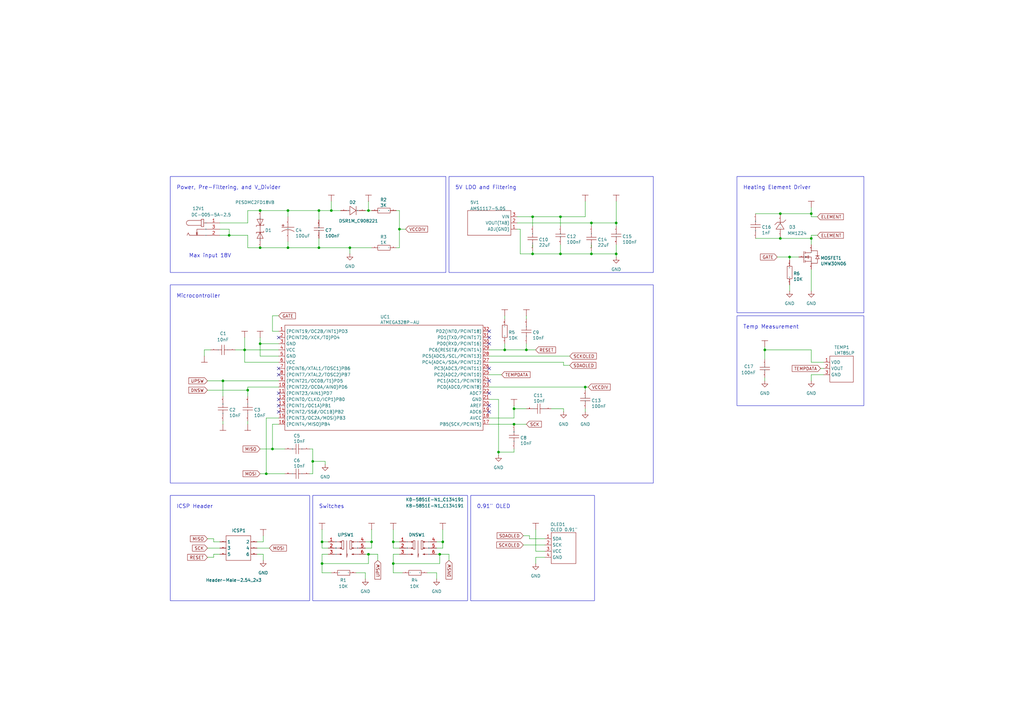
<source format=kicad_sch>
(kicad_sch (version 20231120) (generator "eeschema") (generator_version "8.0")
  (paper "A3")
  (title_block (date "2024-12-31"))
  (junction (at 91.44 156.21))
  (junction (at 242.57 91.44))
  (junction (at 118.11 86.36))
  (junction (at 215.9 143.51))
  (junction (at 161.29 222.25))
  (junction (at 151.13 227.33))
  (junction (at 229.87 104.14))
  (junction (at 118.11 101.6))
  (junction (at 320.04 87.63))
  (junction (at 106.68 101.6))
  (junction (at 111.76 184.15))
  (junction (at 218.44 88.9))
  (junction (at 163.83 93.98))
  (junction (at 180.34 227.33))
  (junction (at 135.89 86.36))
  (junction (at 106.68 86.36))
  (junction (at 161.29 231.14))
  (junction (at 252.73 104.14))
  (junction (at 332.74 87.63))
  (junction (at 320.04 97.79))
  (junction (at 143.51 101.6))
  (junction (at 181.61 222.25))
  (junction (at 109.22 194.31))
  (junction (at 313.69 143.51))
  (junction (at 132.08 231.14))
  (junction (at 323.85 105.41))
  (junction (at 93.98 96.52))
  (junction (at 229.87 88.9))
  (junction (at 332.74 97.79))
  (junction (at 130.81 86.36))
  (junction (at 152.4 222.25))
  (junction (at 106.68 140.97))
  (junction (at 210.82 167.64))
  (junction (at 100.33 143.51))
  (junction (at 204.47 185.42))
  (junction (at 128.27 189.23))
  (junction (at 207.01 143.51))
  (junction (at 252.73 91.44))
  (junction (at 132.08 222.25))
  (junction (at 242.57 104.14))
  (junction (at 218.44 104.14))
  (junction (at 210.82 173.99))
  (junction (at 130.81 101.6))
  (junction (at 101.6 160.02))
  (junction (at 240.03 158.75))
  (junction (at 151.13 86.36))
  (no_connect (at 200.66 156.21))
  (no_connect (at 114.3 163.83))
  (no_connect (at 114.3 151.13))
  (no_connect (at 200.66 138.43))
  (no_connect (at 114.3 138.43))
  (no_connect (at 200.66 166.37))
  (no_connect (at 114.3 161.29))
  (no_connect (at 114.3 166.37))
  (no_connect (at 114.3 153.67))
  (no_connect (at 200.66 151.13))
  (no_connect (at 200.66 135.89))
  (no_connect (at 200.66 140.97))
  (no_connect (at 200.66 161.29))
  (no_connect (at 114.3 168.91))
  (no_connect (at 200.66 168.91))
  (wire (pts (xy 106.68 86.36) (xy 101.6 86.36)))
  (wire (pts (xy 128.27 184.15) (xy 128.27 189.23)))
  (wire (pts (xy 323.85 105.41) (xy 327.66 105.41)))
  (wire (pts (xy 106.68 146.05) (xy 106.68 140.97)))
  (wire (pts (xy 133.35 189.23) (xy 128.27 189.23)))
  (wire (pts (xy 200.66 171.45) (xy 210.82 171.45)))
  (wire (pts (xy 179.07 234.95) (xy 179.07 237.49)))
  (wire (pts (xy 106.68 194.31) (xy 109.22 194.31)))
  (wire (pts (xy 133.35 190.5) (xy 133.35 189.23)))
  (wire (pts (xy 175.26 234.95) (xy 179.07 234.95)))
  (wire (pts (xy 163.83 86.36) (xy 162.56 86.36)))
  (wire (pts (xy 252.73 91.44) (xy 252.73 82.55)))
  (wire (pts (xy 130.81 97.79) (xy 130.81 101.6)))
  (wire (pts (xy 240.03 167.64) (xy 240.03 168.91)))
  (wire (pts (xy 219.71 228.6) (xy 223.52 228.6)))
  (wire (pts (xy 214.63 223.52) (xy 223.52 223.52)))
  (wire (pts (xy 149.86 86.36) (xy 151.13 86.36)))
  (wire (pts (xy 132.08 234.95) (xy 132.08 231.14)))
  (wire (pts (xy 215.9 140.97) (xy 215.9 143.51)))
  (wire (pts (xy 101.6 96.52) (xy 101.6 101.6)))
  (wire (pts (xy 91.44 162.56) (xy 91.44 156.21)))
  (wire (pts (xy 309.88 87.63) (xy 320.04 87.63)))
  (wire (pts (xy 200.66 163.83) (xy 204.47 163.83)))
  (wire (pts (xy 231.14 167.64) (xy 231.14 168.91)))
  (wire (pts (xy 118.11 88.9) (xy 118.11 86.36)))
  (wire (pts (xy 111.76 129.54) (xy 114.3 129.54)))
  (wire (pts (xy 213.36 104.14) (xy 213.36 93.98)))
  (wire (pts (xy 87.63 220.98) (xy 85.09 220.98)))
  (wire (pts (xy 149.86 234.95) (xy 149.86 237.49)))
  (wire (pts (xy 337.82 148.59) (xy 332.74 148.59)))
  (wire (pts (xy 132.08 224.79) (xy 132.08 222.25)))
  (wire (pts (xy 143.51 101.6) (xy 152.4 101.6)))
  (wire (pts (xy 215.9 143.51) (xy 207.01 143.51)))
  (wire (pts (xy 130.81 90.17) (xy 130.81 86.36)))
  (wire (pts (xy 100.33 138.43) (xy 100.33 143.51)))
  (wire (pts (xy 242.57 92.71) (xy 242.57 91.44)))
  (wire (pts (xy 207.01 129.54) (xy 207.01 130.81)))
  (wire (pts (xy 151.13 231.14) (xy 151.13 227.33)))
  (wire (pts (xy 217.17 219.71) (xy 214.63 219.71)))
  (wire (pts (xy 114.3 156.21) (xy 91.44 156.21)))
  (wire (pts (xy 200.66 153.67) (xy 205.74 153.67)))
  (wire (pts (xy 114.3 146.05) (xy 106.68 146.05)))
  (wire (pts (xy 219.71 231.14) (xy 219.71 228.6)))
  (wire (pts (xy 161.29 222.25) (xy 163.83 222.25)))
  (wire (pts (xy 200.66 146.05) (xy 233.68 146.05)))
  (wire (pts (xy 151.13 82.55) (xy 151.13 86.36)))
  (wire (pts (xy 313.69 143.51) (xy 332.74 143.51)))
  (wire (pts (xy 127 184.15) (xy 128.27 184.15)))
  (wire (pts (xy 101.6 172.72) (xy 101.6 173.99)))
  (wire (pts (xy 143.51 104.14) (xy 143.51 101.6)))
  (wire (pts (xy 128.27 194.31) (xy 127 194.31)))
  (wire (pts (xy 226.06 167.64) (xy 231.14 167.64)))
  (wire (pts (xy 100.33 148.59) (xy 100.33 143.51)))
  (wire (pts (xy 165.1 234.95) (xy 161.29 234.95)))
  (wire (pts (xy 242.57 104.14) (xy 229.87 104.14)))
  (wire (pts (xy 179.07 227.33) (xy 180.34 227.33)))
  (wire (pts (xy 240.03 160.02) (xy 240.03 158.75)))
  (wire (pts (xy 111.76 173.99) (xy 114.3 173.99)))
  (wire (pts (xy 218.44 88.9) (xy 229.87 88.9)))
  (wire (pts (xy 320.04 87.63) (xy 332.74 87.63)))
  (wire (pts (xy 101.6 162.56) (xy 101.6 160.02)))
  (wire (pts (xy 218.44 104.14) (xy 213.36 104.14)))
  (wire (pts (xy 332.74 148.59) (xy 332.74 143.51)))
  (wire (pts (xy 101.6 86.36) (xy 101.6 91.44)))
  (wire (pts (xy 106.68 184.15) (xy 111.76 184.15)))
  (wire (pts (xy 116.84 194.31) (xy 109.22 194.31)))
  (wire (pts (xy 240.03 82.55) (xy 240.03 88.9)))
  (wire (pts (xy 101.6 160.02) (xy 85.09 160.02)))
  (wire (pts (xy 240.03 158.75) (xy 241.3 158.75)))
  (wire (pts (xy 231.14 148.59) (xy 231.14 149.86)))
  (wire (pts (xy 149.86 227.33) (xy 151.13 227.33)))
  (wire (pts (xy 212.09 88.9) (xy 218.44 88.9)))
  (wire (pts (xy 242.57 100.33) (xy 242.57 101.6)))
  (wire (pts (xy 149.86 222.25) (xy 152.4 222.25)))
  (wire (pts (xy 105.41 222.25) (xy 107.95 222.25)))
  (wire (pts (xy 313.69 142.24) (xy 313.69 143.51)))
  (wire (pts (xy 152.4 224.79) (xy 152.4 222.25)))
  (wire (pts (xy 323.85 106.68) (xy 323.85 105.41)))
  (wire (pts (xy 184.15 227.33) (xy 184.15 229.87)))
  (wire (pts (xy 217.17 220.98) (xy 217.17 219.71)))
  (wire (pts (xy 151.13 227.33) (xy 154.94 227.33)))
  (wire (pts (xy 132.08 227.33) (xy 132.08 231.14)))
  (wire (pts (xy 90.17 227.33) (xy 87.63 227.33)))
  (wire (pts (xy 135.89 86.36) (xy 130.81 86.36)))
  (wire (pts (xy 93.98 93.98) (xy 93.98 96.52)))
  (wire (pts (xy 218.44 102.87) (xy 218.44 104.14)))
  (wire (pts (xy 181.61 224.79) (xy 181.61 222.25)))
  (wire (pts (xy 135.89 234.95) (xy 132.08 234.95)))
  (wire (pts (xy 130.81 101.6) (xy 118.11 101.6)))
  (wire (pts (xy 215.9 129.54) (xy 215.9 130.81)))
  (wire (pts (xy 210.82 173.99) (xy 200.66 173.99)))
  (wire (pts (xy 219.71 226.06) (xy 223.52 226.06)))
  (wire (pts (xy 87.63 227.33) (xy 87.63 228.6)))
  (wire (pts (xy 332.74 88.9) (xy 332.74 87.63)))
  (wire (pts (xy 107.95 227.33) (xy 105.41 227.33)))
  (wire (pts (xy 332.74 87.63) (xy 332.74 85.09)))
  (wire (pts (xy 151.13 86.36) (xy 152.4 86.36)))
  (wire (pts (xy 163.83 93.98) (xy 163.83 86.36)))
  (wire (pts (xy 161.29 224.79) (xy 161.29 222.25)))
  (wire (pts (xy 240.03 88.9) (xy 229.87 88.9)))
  (wire (pts (xy 215.9 167.64) (xy 210.82 167.64)))
  (wire (pts (xy 318.77 105.41) (xy 323.85 105.41)))
  (wire (pts (xy 210.82 167.64) (xy 210.82 166.37)))
  (wire (pts (xy 135.89 82.55) (xy 135.89 86.36)))
  (wire (pts (xy 149.86 224.79) (xy 152.4 224.79)))
  (wire (pts (xy 161.29 231.14) (xy 180.34 231.14)))
  (wire (pts (xy 200.66 158.75) (xy 240.03 158.75)))
  (wire (pts (xy 313.69 156.21) (xy 313.69 154.94)))
  (wire (pts (xy 134.62 227.33) (xy 132.08 227.33)))
  (wire (pts (xy 90.17 222.25) (xy 87.63 222.25)))
  (wire (pts (xy 323.85 119.38) (xy 323.85 116.84)))
  (wire (pts (xy 218.44 100.33) (xy 218.44 101.6)))
  (wire (pts (xy 161.29 227.33) (xy 161.29 231.14)))
  (wire (pts (xy 180.34 227.33) (xy 184.15 227.33)))
  (wire (pts (xy 242.57 102.87) (xy 242.57 104.14)))
  (wire (pts (xy 229.87 104.14) (xy 218.44 104.14)))
  (wire (pts (xy 161.29 217.17) (xy 161.29 222.25)))
  (wire (pts (xy 154.94 227.33) (xy 154.94 229.87)))
  (wire (pts (xy 152.4 222.25) (xy 152.4 217.17)))
  (wire (pts (xy 252.73 105.41) (xy 252.73 104.14)))
  (wire (pts (xy 107.95 222.25) (xy 107.95 219.71)))
  (wire (pts (xy 118.11 101.6) (xy 106.68 101.6)))
  (wire (pts (xy 204.47 163.83) (xy 204.47 185.42)))
  (wire (pts (xy 116.84 184.15) (xy 111.76 184.15)))
  (wire (pts (xy 132.08 231.14) (xy 151.13 231.14)))
  (wire (pts (xy 210.82 184.15) (xy 210.82 185.42)))
  (wire (pts (xy 93.98 96.52) (xy 101.6 96.52)))
  (wire (pts (xy 134.62 224.79) (xy 132.08 224.79)))
  (wire (pts (xy 143.51 101.6) (xy 130.81 101.6)))
  (wire (pts (xy 218.44 92.71) (xy 218.44 88.9)))
  (wire (pts (xy 114.3 158.75) (xy 101.6 158.75)))
  (wire (pts (xy 90.17 96.52) (xy 93.98 96.52)))
  (wire (pts (xy 166.37 93.98) (xy 163.83 93.98)))
  (wire (pts (xy 309.88 97.79) (xy 320.04 97.79)))
  (wire (pts (xy 207.01 140.97) (xy 207.01 143.51)))
  (wire (pts (xy 132.08 222.25) (xy 134.62 222.25)))
  (wire (pts (xy 87.63 222.25) (xy 87.63 220.98)))
  (wire (pts (xy 91.44 172.72) (xy 91.44 173.99)))
  (wire (pts (xy 109.22 194.31) (xy 109.22 171.45)))
  (wire (pts (xy 332.74 100.33) (xy 332.74 97.79)))
  (wire (pts (xy 109.22 171.45) (xy 114.3 171.45)))
  (wire (pts (xy 335.28 88.9) (xy 332.74 88.9)))
  (wire (pts (xy 210.82 185.42) (xy 204.47 185.42)))
  (wire (pts (xy 337.82 153.67) (xy 332.74 153.67)))
  (wire (pts (xy 118.11 99.06) (xy 118.11 101.6)))
  (wire (pts (xy 223.52 220.98) (xy 217.17 220.98)))
  (wire (pts (xy 215.9 173.99) (xy 210.82 173.99)))
  (wire (pts (xy 181.61 222.25) (xy 181.61 217.17)))
  (wire (pts (xy 163.83 224.79) (xy 161.29 224.79)))
  (wire (pts (xy 139.7 86.36) (xy 135.89 86.36)))
  (wire (pts (xy 111.76 184.15) (xy 111.76 173.99)))
  (wire (pts (xy 111.76 135.89) (xy 111.76 129.54)))
  (wire (pts (xy 219.71 217.17) (xy 219.71 226.06)))
  (wire (pts (xy 163.83 227.33) (xy 161.29 227.33)))
  (wire (pts (xy 179.07 224.79) (xy 181.61 224.79)))
  (wire (pts (xy 106.68 140.97) (xy 106.68 138.43)))
  (wire (pts (xy 101.6 158.75) (xy 101.6 160.02)))
  (wire (pts (xy 219.71 143.51) (xy 215.9 143.51)))
  (wire (pts (xy 332.74 96.52) (xy 335.28 96.52)))
  (wire (pts (xy 114.3 140.97) (xy 106.68 140.97)))
  (wire (pts (xy 252.73 104.14) (xy 252.73 100.33)))
  (wire (pts (xy 320.04 97.79) (xy 332.74 97.79)))
  (wire (pts (xy 252.73 104.14) (xy 242.57 104.14)))
  (wire (pts (xy 87.63 228.6) (xy 85.09 228.6)))
  (wire (pts (xy 242.57 91.44) (xy 252.73 91.44)))
  (wire (pts (xy 179.07 222.25) (xy 181.61 222.25)))
  (wire (pts (xy 114.3 135.89) (xy 111.76 135.89)))
  (wire (pts (xy 213.36 93.98) (xy 212.09 93.98)))
  (wire (pts (xy 229.87 100.33) (xy 229.87 104.14)))
  (wire (pts (xy 105.41 224.79) (xy 110.49 224.79)))
  (wire (pts (xy 101.6 101.6) (xy 106.68 101.6)))
  (wire (pts (xy 86.36 143.51) (xy 83.82 143.51)))
  (wire (pts (xy 100.33 143.51) (xy 114.3 143.51)))
  (wire (pts (xy 90.17 93.98) (xy 93.98 93.98)))
  (wire (pts (xy 118.11 86.36) (xy 106.68 86.36)))
  (wire (pts (xy 91.44 156.21) (xy 85.09 156.21)))
  (wire (pts (xy 332.74 97.79) (xy 332.74 96.52)))
  (wire (pts (xy 96.52 143.51) (xy 100.33 143.51)))
  (wire (pts (xy 337.82 151.13) (xy 336.55 151.13)))
  (wire (pts (xy 332.74 110.49) (xy 332.74 119.38)))
  (wire (pts (xy 83.82 143.51) (xy 83.82 146.05)))
  (wire (pts (xy 101.6 91.44) (xy 90.17 91.44)))
  (wire (pts (xy 210.82 171.45) (xy 210.82 167.64)))
  (wire (pts (xy 162.56 101.6) (xy 163.83 101.6)))
  (wire (pts (xy 107.95 229.87) (xy 107.95 227.33)))
  (wire (pts (xy 163.83 101.6) (xy 163.83 93.98)))
  (wire (pts (xy 114.3 148.59) (xy 100.33 148.59)))
  (wire (pts (xy 313.69 147.32) (xy 313.69 143.51)))
  (wire (pts (xy 200.66 148.59) (xy 231.14 148.59)))
  (wire (pts (xy 212.09 91.44) (xy 242.57 91.44)))
  (wire (pts (xy 132.08 217.17) (xy 132.08 222.25)))
  (wire (pts (xy 204.47 185.42) (xy 204.47 186.69)))
  (wire (pts (xy 229.87 88.9) (xy 229.87 92.71)))
  (wire (pts (xy 207.01 143.51) (xy 200.66 143.51)))
  (wire (pts (xy 252.73 92.71) (xy 252.73 91.44)))
  (wire (pts (xy 130.81 86.36) (xy 118.11 86.36)))
  (wire (pts (xy 161.29 234.95) (xy 161.29 231.14)))
  (wire (pts (xy 180.34 231.14) (xy 180.34 227.33)))
  (wire (pts (xy 128.27 189.23) (xy 128.27 194.31)))
  (wire (pts (xy 146.05 234.95) (xy 149.86 234.95)))
  (wire (pts (xy 332.74 153.67) (xy 332.74 156.21)))
  (wire (pts (xy 85.09 224.79) (xy 90.17 224.79)))
  (wire (pts (xy 231.14 149.86) (xy 233.68 149.86)))
  (rectangle (start 302.26 129.54) (end 354.33 166.37))
  (rectangle (start 302.26 72.39) (end 354.33 128.27))
  (rectangle (start 69.85 72.39) (end 182.88 111.76))
  (rectangle (start 69.85 116.84) (end 267.97 198.12))
  (rectangle (start 193.04 203.2) (end 243.84 246.38))
  (rectangle (start 128.27 203.2) (end 191.77 246.38))
  (rectangle (start 184.15 72.39) (end 267.97 111.76))
  (rectangle (start 69.85 203.2) (end 127 246.38))
  (text "Power, Pre-Filtering, and V_Divider" (at 72.39 77.9272 0) (effects (font (size 1.5748 1.5748)) (justify left bottom)))
  (text "Microcontroller" (at 72.39 122.3772 0) (effects (font (size 1.5748 1.5748)) (justify left bottom)))
  (text "Heating Element Driver" (at 304.8 77.9272 0) (effects (font (size 1.5748 1.5748)) (justify left bottom)))
  (text "0.91\" OLED" (at 195.58 208.7372 0) (effects (font (size 1.5748 1.5748)) (justify left bottom)))
  (text "5V LDO and Filtering" (at 186.69 77.9272 0) (effects (font (size 1.5748 1.5748)) (justify left bottom)))
  (text "Temp Measurement" (at 304.8 135.0772 0) (effects (font (size 1.5748 1.5748)) (justify left bottom)))
  (text "Max input 18V" (at 77.47 105.8672 0) (effects (font (size 1.5748 1.5748)) (justify left bottom)))
  (text "ICSP Header" (at 72.39 208.7372 0) (effects (font (size 1.5748 1.5748)) (justify left bottom)))
  (text "Switches" (at 130.81 208.7372 0) (effects (font (size 1.5748 1.5748)) (justify left bottom)))
  (global_label "GATE" (shape input) (at 318.77 105.41 180) (property "Intersheetrefs" "${INTERSHEET_REFS}" (effects (hide yes))))
  (global_label "UPSW" (shape input) (at 85.09 156.21 180) (property "Intersheetrefs" "${INTERSHEET_REFS}" (effects (hide yes))))
  (global_label "DNSW" (shape input) (at 184.15 229.87 270) (property "Intersheetrefs" "${INTERSHEET_REFS}" (effects (hide yes))))
  (global_label "DNSW" (shape input) (at 85.09 160.02 180) (property "Intersheetrefs" "${INTERSHEET_REFS}" (effects (hide yes))))
  (global_label "ELEMENT" (shape input) (at 335.28 96.52 0) (property "Intersheetrefs" "${INTERSHEET_REFS}" (effects (hide yes))))
  (global_label "RESET" (shape input) (at 219.71 143.51 0) (property "Intersheetrefs" "${INTERSHEET_REFS}" (effects (hide yes))))
  (global_label "SCKOLED" (shape input) (at 233.68 146.05 0) (property "Intersheetrefs" "${INTERSHEET_REFS}" (effects (hide yes))))
  (global_label "ELEMENT" (shape input) (at 335.28 88.9 0) (property "Intersheetrefs" "${INTERSHEET_REFS}" (effects (hide yes))))
  (global_label "TEMPDATA" (shape input) (at 336.55 151.13 180) (property "Intersheetrefs" "${INTERSHEET_REFS}" (effects (hide yes))))
  (global_label "TEMPDATA" (shape input) (at 205.74 153.67 0) (property "Intersheetrefs" "${INTERSHEET_REFS}" (effects (hide yes))))
  (global_label "SCK" (shape input) (at 215.9 173.99 0) (property "Intersheetrefs" "${INTERSHEET_REFS}" (effects (hide yes))))
  (global_label "MISO" (shape input) (at 106.68 184.15 180) (property "Intersheetrefs" "${INTERSHEET_REFS}" (effects (hide yes))))
  (global_label "MISO" (shape input) (at 85.09 220.98 180) (property "Intersheetrefs" "${INTERSHEET_REFS}" (effects (hide yes))))
  (global_label "SDAOLED" (shape input) (at 214.63 219.71 180) (property "Intersheetrefs" "${INTERSHEET_REFS}" (effects (hide yes))))
  (global_label "RESET" (shape input) (at 85.09 228.6 180) (property "Intersheetrefs" "${INTERSHEET_REFS}" (effects (hide yes))))
  (global_label "MOSI" (shape input) (at 106.68 194.31 180) (property "Intersheetrefs" "${INTERSHEET_REFS}" (effects (hide yes))))
  (global_label "UPSW" (shape input) (at 154.94 229.87 270) (property "Intersheetrefs" "${INTERSHEET_REFS}" (effects (hide yes))))
  (global_label "SDAOLED" (shape input) (at 233.68 149.86 0) (property "Intersheetrefs" "${INTERSHEET_REFS}" (effects (hide yes))))
  (global_label "VCCDIV" (shape input) (at 166.37 93.98 0) (property "Intersheetrefs" "${INTERSHEET_REFS}" (effects (hide yes))))
  (global_label "MOSI" (shape input) (at 110.49 224.79 0) (property "Intersheetrefs" "${INTERSHEET_REFS}" (effects (hide yes))))
  (global_label "SCK" (shape input) (at 85.09 224.79 180) (property "Intersheetrefs" "${INTERSHEET_REFS}" (effects (hide yes))))
  (global_label "GATE" (shape input) (at 114.3 129.54 0) (property "Intersheetrefs" "${INTERSHEET_REFS}" (effects (hide yes))))
  (global_label "VCCDIV" (shape input) (at 241.3 158.75 0) (property "Intersheetrefs" "${INTERSHEET_REFS}" (effects (hide yes))))
  (global_label "SCKOLED" (shape input) (at 214.63 223.52 180) (property "Intersheetrefs" "${INTERSHEET_REFS}" (effects (hide yes))))
  (symbol (lib_id "power:GND") (at 252.73 105.41 0) (unit 1)
    (property "Reference" "#PWR011" (effects (hide yes)))
    (property "Value" "GND" (at 252.73 110.49 0))
    (property "Description" "Power symbol creates a global label with name \"GND\" , ground" (effects (hide yes)))
  )
  (symbol (lib_id "Solder-Ref-easyedapro:5V+") (at 313.69 142.24 0) (unit 1)
    (property "Reference" "#PWR029" (effects (hide yes)))
    (property "Value" "5V+" (effects (hide yes)))
    (property "Footprint" "Solder-Ref-easyedapro:" (effects (hide yes)))
  )
  (symbol (lib_id "Solder-Ref-easyedapro:DC-005-5A-2.5") (at 85.09 93.98 0) (unit 1)
    (property "Reference" "12V1" (at 78.8924 86.2584 0) (effects (justify left bottom)))
    (property "Value" "DC-005-5A-2.5" (at 78.3844 88.7984 0) (effects (justify left bottom)))
    (property "Footprint" "Solder-Ref-easyedapro:DC-IN-TH_DC-005-5A-2.5" (effects (hide yes)))
    (property "Manufacturer Part" "DC-005-5A-2.5" (effects (hide yes)))
    (property "Manufacturer" "XKB Enterprise" (effects (hide yes)))
    (property "Supplier Part" "C381115" (effects (hide yes)))
    (property "Supplier" "LCSC" (effects (hide yes)))
    (property "Add into BOM" "yes" (effects (hide yes)))
    (property "Convert to PCB" "yes" (effects (hide yes)))
    (property "Origin Footprint" "DC-IN-TH_DC-005-5A-2.5" (effects (hide yes)))
  )
  (symbol (lib_id "Solder-Ref-easyedapro:5V+") (at 161.29 217.17 0) (unit 1)
    (property "Reference" "#PWR015" (effects (hide yes)))
    (property "Value" "5V+" (effects (hide yes)))
    (property "Footprint" "Solder-Ref-easyedapro:" (effects (hide yes)))
  )
  (symbol (lib_id "Solder-Ref-easyedapro:5V+") (at 252.73 82.55 0) (unit 1)
    (property "Reference" "#PWR027" (effects (hide yes)))
    (property "Value" "5V+" (effects (hide yes)))
    (property "Footprint" "Solder-Ref-easyedapro:" (effects (hide yes)))
  )
  (symbol (lib_id "Solder-Ref-easyedapro:0V") (at 83.82 146.05 180) (unit 1)
    (property "Reference" "#PWR01" (effects (hide yes)))
    (property "Value" "0V" (effects (hide yes)))
    (property "Footprint" "Solder-Ref-easyedapro:" (effects (hide yes)))
  )
  (symbol (lib_id "power:GND") (at 204.47 186.69 0) (unit 1)
    (property "Reference" "#PWR018" (effects (hide yes)))
    (property "Value" "GND" (at 204.47 191.77 0))
    (property "Description" "Power symbol creates a global label with name \"GND\" , ground" (effects (hide yes)))
  )
  (symbol (lib_id "power:GND") (at 332.74 119.38 0) (unit 1)
    (property "Reference" "#PWR031" (effects (hide yes)))
    (property "Value" "GND" (at 332.74 124.46 0))
    (property "Description" "Power symbol creates a global label with name \"GND\" , ground" (effects (hide yes)))
  )
  (symbol (lib_id "Solder-Ref-easyedapro:0V") (at 106.68 138.43 0) (unit 1)
    (property "Reference" "#PWR05" (effects (hide yes)))
    (property "Value" "0V" (effects (hide yes)))
    (property "Footprint" "Solder-Ref-easyedapro:" (effects (hide yes)))
  )
  (symbol (lib_id "power:GND") (at 133.35 190.5 0) (unit 1)
    (property "Reference" "#PWR09" (effects (hide yes)))
    (property "Value" "GND" (at 133.35 195.58 0))
    (property "Description" "Power symbol creates a global label with name \"GND\" , ground" (effects (hide yes)))
  )
  (symbol (lib_id "Solder-Ref-easyedapro:ATMEGA328P-AU") (at 157.48 154.94 0) (unit 1)
    (property "Reference" "UC1" (at 155.956 130.6576 0) (effects (justify left bottom)))
    (property "Value" "ATMEGA328P-AU" (at 155.956 132.9436 0) (effects (justify left bottom)))
    (property "Footprint" "Solder-Ref-easyedapro:TQFP-32_L7.0-W7.0-P0.80-LS9.0-BL" (effects (hide yes)))
    (property "Manufacturer Part" "ATMEGA328P-AU" (effects (hide yes)))
    (property "Manufacturer" "MICROCHIP" (effects (hide yes)))
    (property "Supplier Part" "C14877" (effects (hide yes)))
    (property "Supplier" "LCSC" (effects (hide yes)))
    (property "Add into BOM" "yes" (effects (hide yes)))
    (property "Convert to PCB" "yes" (effects (hide yes)))
    (property "Origin Footprint" "TQFP-32_L7.0-W7.0-P0.80-LS9.0-BL" (effects (hide yes)))
  )
  (symbol (lib_id "Solder-Ref-easyedapro:1nF") (at 309.88 92.71 90) (unit 1)
    (property "Reference" "C16" (at 312.42 93.8784 90) (effects (justify right top)))
    (property "Value" "1nF" (at 312.42 96.1898 90) (effects (justify right top)))
    (property "Footprint" "Solder-Ref-easyedapro:C0805" (effects (hide yes)))
    (property "Manufacturer Part" "FM21X102K501PXG" (effects (hide yes)))
    (property "Manufacturer" "PSA(Prosperity Dielectrics)" (effects (hide yes)))
    (property "Supplier Part" "C440004" (effects (hide yes)))
    (property "Supplier" "LCSC" (effects (hide yes)))
    (property "Add into BOM" "yes" (effects (hide yes)))
    (property "Convert to PCB" "yes" (effects (hide yes)))
    (property "Origin Footprint" "C0805" (effects (hide yes)))
  )
  (symbol (lib_id "Solder-Ref-easyedapro:LMT85LP") (at 342.9 151.13 0) (unit 1)
    (property "Reference" "TEMP1" (at 342.138 143.2052 0) (effects (justify left bottom)))
    (property "Value" "LMT85LP" (at 342.138 145.5166 0) (effects (justify left bottom)))
    (property "Footprint" "Solder-Ref-easyedapro:TO-92-3_L4.9-W3.7-P1.27-L" (effects (hide yes)))
    (property "Manufacturer Part" "LMT85LP" (effects (hide yes)))
    (property "Manufacturer" "TI" (effects (hide yes)))
    (property "Supplier Part" "C75856" (effects (hide yes)))
    (property "Supplier" "LCSC" (effects (hide yes)))
    (property "Add into BOM" "yes" (effects (hide yes)))
    (property "Convert to PCB" "yes" (effects (hide yes)))
    (property "Origin Footprint" "TO-92-3_L4.9-W3.7-P1.27-L" (effects (hide yes)))
  )
  (symbol (lib_id "Solder-Ref-easyedapro:VIN-D") (at 240.03 82.55 0) (unit 1)
    (property "Reference" "#PWR025" (effects (hide yes)))
    (property "Value" "VIN-D" (effects (hide yes)))
    (property "Footprint" "Solder-Ref-easyedapro:" (effects (hide yes)))
  )
  (symbol (lib_id "power:GND") (at 219.71 231.14 0) (unit 1)
    (property "Reference" "#PWR023" (effects (hide yes)))
    (property "Value" "GND" (at 219.71 236.22 0))
    (property "Description" "Power symbol creates a global label with name \"GND\" , ground" (effects (hide yes)))
  )
  (symbol (lib_id "Solder-Ref-easyedapro:10nF") (at 91.44 143.51 180) (unit 1)
    (property "Reference" "C1" (at 90.17 137.5156 0) (effects (justify right top)))
    (property "Value" "10nF" (at 88.9762 140.0556 0) (effects (justify right top)))
    (property "Footprint" "Solder-Ref-easyedapro:C0402" (effects (hide yes)))
    (property "Manufacturer Part" "0402B103J500CT" (effects (hide yes)))
    (property "Manufacturer" "Huaxin S&T" (effects (hide yes)))
    (property "Supplier Part" "C295917" (effects (hide yes)))
    (property "Supplier" "LCSC" (effects (hide yes)))
    (property "Add into BOM" "yes" (effects (hide yes)))
    (property "Convert to PCB" "yes" (effects (hide yes)))
    (property "Origin Footprint" "C0402" (effects (hide yes)))
  )
  (symbol (lib_id "power:GND") (at 231.14 168.91 0) (unit 1)
    (property "Reference" "#PWR024" (effects (hide yes)))
    (property "Value" "GND" (at 231.14 173.99 0))
    (property "Description" "Power symbol creates a global label with name \"GND\" , ground" (effects (hide yes)))
  )
  (symbol (lib_id "Solder-Ref-easyedapro:DSR1M_C908221") (at 144.78 86.36 180) (unit 1)
    (property "Reference" "D2" (at 143.256 83.7184 0) (effects (justify right top)))
    (property "Value" "DSR1M_C908221" (at 138.9634 91.3384 0) (effects (justify right top)))
    (property "Footprint" "Solder-Ref-easyedapro:SOD-123_L2.8-W1.8-LS3.7-RD" (effects (hide yes)))
    (property "Manufacturer Part" "DSR1M" (effects (hide yes)))
    (property "Manufacturer" "FUXINSEMI" (effects (hide yes)))
    (property "Supplier Part" "C908221" (effects (hide yes)))
    (property "Supplier" "LCSC" (effects (hide yes)))
    (property "Add into BOM" "yes" (effects (hide yes)))
    (property "Convert to PCB" "yes" (effects (hide yes)))
    (property "Origin Footprint" "SOD-123_L2.8-W1.8-LS3.7-RD" (effects (hide yes)))
  )
  (symbol (lib_id "Solder-Ref-easyedapro:10nF") (at 121.92 184.15 180) (unit 1)
    (property "Reference" "C5" (at 120.396 179.451 0) (effects (justify right top)))
    (property "Value" "10nF" (at 120.396 181.7116 0) (effects (justify right top)))
    (property "Footprint" "Solder-Ref-easyedapro:C0402" (effects (hide yes)))
    (property "Manufacturer Part" "0402B103J500CT" (effects (hide yes)))
    (property "Manufacturer" "Huaxin S&T" (effects (hide yes)))
    (property "Supplier Part" "C295917" (effects (hide yes)))
    (property "Supplier" "LCSC" (effects (hide yes)))
    (property "Add into BOM" "yes" (effects (hide yes)))
    (property "Convert to PCB" "yes" (effects (hide yes)))
    (property "Origin Footprint" "C0402" (effects (hide yes)))
  )
  (symbol (lib_id "Solder-Ref-easyedapro:100nF") (at 313.69 151.13 270) (unit 1)
    (property "Reference" "C17" (at 305.1556 151.0284 90) (effects (justify left bottom)))
    (property "Value" "100nF" (at 303.9618 153.5684 90) (effects (justify left bottom)))
    (property "Footprint" "Solder-Ref-easyedapro:C0603" (effects (hide yes)))
    (property "Manufacturer Part" "0603B104K250" (effects (hide yes)))
    (property "Manufacturer" "WTC" (effects (hide yes)))
    (property "Supplier Part" "C83054" (effects (hide yes)))
    (property "Supplier" "LCSC" (effects (hide yes)))
    (property "Add into BOM" "yes" (effects (hide yes)))
    (property "Convert to PCB" "yes" (effects (hide yes)))
    (property "Origin Footprint" "C0603" (effects (hide yes)))
  )
  (symbol (lib_id "Solder-Ref-easyedapro:0V") (at 101.6 173.99 180) (unit 1)
    (property "Reference" "#PWR04" (effects (hide yes)))
    (property "Value" "0V" (effects (hide yes)))
    (property "Footprint" "Solder-Ref-easyedapro:" (effects (hide yes)))
  )
  (symbol (lib_id "Solder-Ref-easyedapro:K8-5851E-N1_C134191") (at 171.45 224.79 270) (unit 1)
    (property "Reference" "DNSW1" (at 167.64 220.0656 90) (effects (justify left bottom)))
    (property "Value" "K8-5851E-N1_C134191" (at 166.3954 208.1784 90) (effects (justify left bottom)))
    (property "Footprint" "Solder-Ref-easyedapro:SW-TH_6P-L5.8-W5.8-P2.00-LS4.5-BL" (effects (hide yes)))
    (property "Manufacturer Part" "K8-5851E-N1" (effects (hide yes)))
    (property "Manufacturer" "HRO" (effects (hide yes)))
    (property "Supplier Part" "C134191" (effects (hide yes)))
    (property "Supplier" "LCSC" (effects (hide yes)))
    (property "Add into BOM" "yes" (effects (hide yes)))
    (property "Convert to PCB" "yes" (effects (hide yes)))
    (property "Origin Footprint" "SW-TH_6P-L5.8-W5.8-P2.00-LS4.5-BL" (effects (hide yes)))
  )
  (symbol (lib_name "10K_1") (lib_id "Solder-Ref-easyedapro:10K") (at 207.01 135.89 90) (unit 1)
    (property "Reference" "R5" (at 208.534 137.0584 90) (effects (justify right top)))
    (property "Value" "10K" (at 208.534 139.3698 90) (effects (justify right top)))
    (property "Footprint" "Solder-Ref-easyedapro:R0603" (effects (hide yes)))
    (property "Manufacturer Part" "RTT03103JTP" (effects (hide yes)))
    (property "Manufacturer" "RALEC" (effects (hide yes)))
    (property "Supplier Part" "C103210" (effects (hide yes)))
    (property "Supplier" "LCSC" (effects (hide yes)))
    (property "Add into BOM" "yes" (effects (hide yes)))
    (property "Convert to PCB" "yes" (effects (hide yes)))
    (property "Origin Footprint" "R0603" (effects (hide yes)))
  )
  (symbol (lib_id "Solder-Ref-easyedapro:10K") (at 170.18 234.95 0) (unit 1)
    (property "Reference" "R4" (at 168.656 238.6838 0) (effects (justify left bottom)))
    (property "Value" "10K" (at 168.0464 241.2238 0) (effects (justify left bottom)))
    (property "Footprint" "Solder-Ref-easyedapro:R0603" (effects (hide yes)))
    (property "Manufacturer Part" "RTT03103JTP" (effects (hide yes)))
    (property "Manufacturer" "RALEC" (effects (hide yes)))
    (property "Supplier Part" "C103210" (effects (hide yes)))
    (property "Supplier" "LCSC" (effects (hide yes)))
    (property "Add into BOM" "yes" (effects (hide yes)))
    (property "Convert to PCB" "yes" (effects (hide yes)))
    (property "Origin Footprint" "R0603" (effects (hide yes)))
  )
  (symbol (lib_id "Solder-Ref-easyedapro:10nF") (at 220.98 167.64 180) (unit 1)
    (property "Reference" "C11" (at 218.7956 162.9156 0) (effects (justify right top)))
    (property "Value" "10nF" (at 218.7956 165.2016 0) (effects (justify right top)))
    (property "Footprint" "Solder-Ref-easyedapro:C0402" (effects (hide yes)))
    (property "Manufacturer Part" "0402B103J500CT" (effects (hide yes)))
    (property "Manufacturer" "Huaxin S&T" (effects (hide yes)))
    (property "Supplier Part" "C295917" (effects (hide yes)))
    (property "Supplier" "LCSC" (effects (hide yes)))
    (property "Add into BOM" "yes" (effects (hide yes)))
    (property "Convert to PCB" "yes" (effects (hide yes)))
    (property "Origin Footprint" "C0402" (effects (hide yes)))
  )
  (symbol (lib_id "Solder-Ref-easyedapro:PESDMC2FD18VB") (at 106.68 93.98 90) (unit 1)
    (property "Reference" "D1" (at 108.712 95.1738 90) (effects (justify right top)))
    (property "Value" "PESDMC2FD18VB" (at 96.4438 83.7438 90) (effects (justify right top)))
    (property "Footprint" "Solder-Ref-easyedapro:SOD-882_L1.0-W0.6-BI" (effects (hide yes)))
    (property "Manufacturer Part" "PESDMC2FD18VB" (effects (hide yes)))
    (property "Manufacturer" "Shanghai Prisemi Elec" (effects (hide yes)))
    (property "Supplier Part" "C110703" (effects (hide yes)))
    (property "Supplier" "LCSC" (effects (hide yes)))
    (property "Add into BOM" "yes" (effects (hide yes)))
    (property "Convert to PCB" "yes" (effects (hide yes)))
    (property "Origin Footprint" "SOD-882_L1.0-W0.6-BI" (effects (hide yes)))
  )
  (symbol (lib_id "Solder-Ref-easyedapro:10nF") (at 121.92 194.31 180) (unit 1)
    (property "Reference" "C6" (at 120.396 189.611 0) (effects (justify right top)))
    (property "Value" "10nF" (at 120.396 191.8716 0) (effects (justify right top)))
    (property "Footprint" "Solder-Ref-easyedapro:C0402" (effects (hide yes)))
    (property "Manufacturer Part" "0402B103J500CT" (effects (hide yes)))
    (property "Manufacturer" "Huaxin S&T" (effects (hide yes)))
    (property "Supplier Part" "C295917" (effects (hide yes)))
    (property "Supplier" "LCSC" (effects (hide yes)))
    (property "Add into BOM" "yes" (effects (hide yes)))
    (property "Convert to PCB" "yes" (effects (hide yes)))
    (property "Origin Footprint" "C0402" (effects (hide yes)))
  )
  (symbol (lib_id "Solder-Ref-easyedapro:10nF") (at 215.9 135.89 90) (unit 1)
    (property "Reference" "C9" (at 218.44 137.1092 90) (effects (justify right top)))
    (property "Value" "10nF" (at 218.44 139.3444 90) (effects (justify right top)))
    (property "Footprint" "Solder-Ref-easyedapro:C0402" (effects (hide yes)))
    (property "Manufacturer Part" "0402B103J500CT" (effects (hide yes)))
    (property "Manufacturer" "Huaxin S&T" (effects (hide yes)))
    (property "Supplier Part" "C295917" (effects (hide yes)))
    (property "Supplier" "LCSC" (effects (hide yes)))
    (property "Add into BOM" "yes" (effects (hide yes)))
    (property "Convert to PCB" "yes" (effects (hide yes)))
    (property "Origin Footprint" "C0402" (effects (hide yes)))
  )
  (symbol (lib_id "Solder-Ref-easyedapro:100nF") (at 229.87 96.52 270) (unit 1)
    (property "Reference" "C12" (at 232.41 97.7138 90) (effects (justify left bottom)))
    (property "Value" "100nF" (at 232.41 100.0252 90) (effects (justify left bottom)))
    (property "Footprint" "Solder-Ref-easyedapro:C0603" (effects (hide yes)))
    (property "Manufacturer Part" "0603B104K250" (effects (hide yes)))
    (property "Manufacturer" "WTC" (effects (hide yes)))
    (property "Supplier Part" "C83054" (effects (hide yes)))
    (property "Supplier" "LCSC" (effects (hide yes)))
    (property "Add into BOM" "yes" (effects (hide yes)))
    (property "Convert to PCB" "yes" (effects (hide yes)))
    (property "Origin Footprint" "C0603" (effects (hide yes)))
  )
  (symbol (lib_id "Solder-Ref-easyedapro:0V") (at 91.44 173.99 180) (unit 1)
    (property "Reference" "#PWR02" (effects (hide yes)))
    (property "Value" "0V" (effects (hide yes)))
    (property "Footprint" "Solder-Ref-easyedapro:" (effects (hide yes)))
  )
  (symbol (lib_id "Solder-Ref-easyedapro:3K") (at 157.48 86.36 0) (unit 1)
    (property "Reference" "R2" (at 155.9306 82.6516 0) (effects (justify left bottom)))
    (property "Value" "3K" (at 155.9306 84.9376 0) (effects (justify left bottom)))
    (property "Footprint" "Solder-Ref-easyedapro:R0805" (effects (hide yes)))
    (property "Manufacturer Part" "RTT05302JTP" (effects (hide yes)))
    (property "Manufacturer" "RALEC" (effects (hide yes)))
    (property "Supplier Part" "C104211" (effects (hide yes)))
    (property "Supplier" "LCSC" (effects (hide yes)))
    (property "Add into BOM" "yes" (effects (hide yes)))
    (property "Convert to PCB" "yes" (effects (hide yes)))
    (property "Origin Footprint" "R0805" (effects (hide yes)))
  )
  (symbol (lib_id "Solder-Ref-easyedapro:10K") (at 140.97 234.95 0) (unit 1)
    (property "Reference" "R1" (at 139.446 238.6838 0) (effects (justify left bottom)))
    (property "Value" "10K" (at 138.8364 241.2238 0) (effects (justify left bottom)))
    (property "Footprint" "Solder-Ref-easyedapro:R0603" (effects (hide yes)))
    (property "Manufacturer Part" "RTT03103JTP" (effects (hide yes)))
    (property "Manufacturer" "RALEC" (effects (hide yes)))
    (property "Supplier Part" "C103210" (effects (hide yes)))
    (property "Supplier" "LCSC" (effects (hide yes)))
    (property "Add into BOM" "yes" (effects (hide yes)))
    (property "Convert to PCB" "yes" (effects (hide yes)))
    (property "Origin Footprint" "R0603" (effects (hide yes)))
  )
  (symbol (lib_id "Solder-Ref-easyedapro:UMW30N06") (at 332.74 105.41 0) (unit 1)
    (property "Reference" "MOSFET1" (at 336.55 106.5784 0) (effects (justify left bottom)))
    (property "Value" "UMW30N06" (at 336.55 108.8644 0) (effects (justify left bottom)))
    (property "Footprint" "Solder-Ref-easyedapro:TO-252-2_L6.6-W6.1-P4.57-LS9.9-BR-CW" (effects (hide yes)))
    (property "Manufacturer Part" "UMW30N06" (effects (hide yes)))
    (property "Manufacturer" "Youtai Semiconductor Co., Ltd." (effects (hide yes)))
    (property "Supplier Part" "C369599" (effects (hide yes)))
    (property "Supplier" "LCSC" (effects (hide yes)))
    (property "Add into BOM" "yes" (effects (hide yes)))
    (property "Convert to PCB" "yes" (effects (hide yes)))
    (property "Origin Footprint" "TO-252-2_L6.6-W6.1-P4.57-LS9.9-BR-CW" (effects (hide yes)))
  )
  (symbol (lib_id "Solder-Ref-easyedapro:5V+") (at 207.01 129.54 0) (unit 1)
    (property "Reference" "#PWR019" (effects (hide yes)))
    (property "Value" "5V+" (effects (hide yes)))
    (property "Footprint" "Solder-Ref-easyedapro:" (effects (hide yes)))
  )
  (symbol (lib_id "Solder-Ref-easyedapro:K8-5851E-N1_C134191") (at 142.24 224.79 270) (unit 1)
    (property "Reference" "UPSW1" (at 138.43 220.0656 90) (effects (justify left bottom)))
    (property "Value" "K8-5851E-N1_C134191" (at 166.3954 205.6384 90) (effects (justify left bottom)))
    (property "Footprint" "Solder-Ref-easyedapro:SW-TH_6P-L5.8-W5.8-P2.00-LS4.5-BL" (effects (hide yes)))
    (property "Manufacturer Part" "K8-5851E-N1" (effects (hide yes)))
    (property "Manufacturer" "HRO" (effects (hide yes)))
    (property "Supplier Part" "C134191" (effects (hide yes)))
    (property "Supplier" "LCSC" (effects (hide yes)))
    (property "Add into BOM" "yes" (effects (hide yes)))
    (property "Convert to PCB" "yes" (effects (hide yes)))
    (property "Origin Footprint" "SW-TH_6P-L5.8-W5.8-P2.00-LS4.5-BL" (effects (hide yes)))
  )
  (symbol (lib_id "Solder-Ref-easyedapro:10nF") (at 101.6 167.64 90) (unit 1)
    (property "Reference" "C3" (at 104.14 168.8084 90) (effects (justify right top)))
    (property "Value" "10nF" (at 104.14 171.1452 90) (effects (justify right top)))
    (property "Footprint" "Solder-Ref-easyedapro:C0402" (effects (hide yes)))
    (property "Manufacturer Part" "0402B103J500CT" (effects (hide yes)))
    (property "Manufacturer" "Huaxin S&T" (effects (hide yes)))
    (property "Supplier Part" "C295917" (effects (hide yes)))
    (property "Supplier" "LCSC" (effects (hide yes)))
    (property "Add into BOM" "yes" (effects (hide yes)))
    (property "Convert to PCB" "yes" (effects (hide yes)))
    (property "Origin Footprint" "C0402" (effects (hide yes)))
  )
  (symbol (lib_id "Solder-Ref-easyedapro:Header-Male-2.54_2x3") (at 97.79 224.79 0) (unit 1)
    (property "Reference" "ICSP1" (at 95.0214 218.3384 0) (effects (justify left bottom)))
    (property "Value" "Header-Male-2.54_2x3" (at 84.3788 238.6584 0) (effects (justify left bottom)))
    (property "Footprint" "Solder-Ref-easyedapro:HDR-TH_6P-P2.54-V-M-R2-C3-S2.54-1" (effects (hide yes)))
    (property "Manufacturer Part" "Header-Male-2.54_2x3" (effects (hide yes)))
    (property "Manufacturer" "BOOMELE" (effects (hide yes)))
    (property "Supplier Part" "C65114" (effects (hide yes)))
    (property "Supplier" "LCSC" (effects (hide yes)))
    (property "Add into BOM" "yes" (effects (hide yes)))
    (property "Convert to PCB" "yes" (effects (hide yes)))
    (property "Origin Footprint" "HDR-TH_6P-P2.54-V-M-R2-C3-S2.54-1" (effects (hide yes)))
  )
  (symbol (lib_id "Solder-Ref-easyedapro:AMS1117-5.0S") (at 201.93 91.44 180) (unit 1)
    (property "Reference" "5V1" (at 192.8368 83.7438 0) (effects (justify right top)))
    (property "Value" "AMS1117-5.0S" (at 192.8368 86.2838 0) (effects (justify right top)))
    (property "Footprint" "Solder-Ref-easyedapro:SOT-89_L4.5-W2.5-P1.50-LS4.2-BR" (effects (hide yes)))
    (property "Manufacturer Part" "AMS1117-5.0S" (effects (hide yes)))
    (property "Manufacturer" "Youtai Semiconductor Co., Ltd." (effects (hide yes)))
    (property "Supplier Part" "C351450" (effects (hide yes)))
    (property "Supplier" "LCSC" (effects (hide yes)))
    (property "Add into BOM" "yes" (effects (hide yes)))
    (property "Convert to PCB" "yes" (effects (hide yes)))
    (property "Origin Footprint" "SOT-89_L4.5-W2.5-P1.50-LS4.2-BR" (effects (hide yes)))
  )
  (symbol (lib_id "power:GND") (at 143.51 104.14 0) (unit 1)
    (property "Reference" "#PWR035" (effects (hide yes)))
    (property "Value" "GND" (at 143.51 109.22 0))
    (property "Description" "Power symbol creates a global label with name \"GND\" , ground" (effects (hide yes)))
  )
  (symbol (lib_id "Solder-Ref-easyedapro:1K") (at 157.48 101.6 0) (unit 1)
    (property "Reference" "R3" (at 155.9306 97.8916 0) (effects (justify left bottom)))
    (property "Value" "1K" (at 155.9306 100.1776 0) (effects (justify left bottom)))
    (property "Footprint" "Solder-Ref-easyedapro:R0805" (effects (hide yes)))
    (property "Manufacturer Part" "CR0805-FX-1001ELF" (effects (hide yes)))
    (property "Manufacturer" "BOURNS" (effects (hide yes)))
    (property "Supplier Part" "C204136" (effects (hide yes)))
    (property "Supplier" "LCSC" (effects (hide yes)))
    (property "Add into BOM" "yes" (effects (hide yes)))
    (property "Convert to PCB" "yes" (effects (hide yes)))
    (property "Origin Footprint" "R0805" (effects (hide yes)))
  )
  (symbol (lib_id "Solder-Ref-easyedapro:5V+") (at 132.08 217.17 0) (unit 1)
    (property "Reference" "#PWR08" (effects (hide yes)))
    (property "Value" "5V+" (effects (hide yes)))
    (property "Footprint" "Solder-Ref-easyedapro:" (effects (hide yes)))
  )
  (symbol (lib_id "Solder-Ref-easyedapro:MM1Z24") (at 320.04 92.71 90) (unit 1)
    (property "Reference" "D3" (at 323.596 93.8784 90) (effects (justify right top)))
    (property "Value" "MM1Z24" (at 322.961 96.4184 90) (effects (justify right top)))
    (property "Footprint" "Solder-Ref-easyedapro:SOD-123_L2.8-W1.8-LS3.7-FD" (effects (hide yes)))
    (property "Manufacturer Part" "MM1Z24" (effects (hide yes)))
    (property "Manufacturer" "SEMTECH" (effects (hide yes)))
    (property "Supplier Part" "C82522" (effects (hide yes)))
    (property "Supplier" "LCSC" (effects (hide yes)))
    (property "Add into BOM" "yes" (effects (hide yes)))
    (property "Convert to PCB" "yes" (effects (hide yes)))
    (property "Origin Footprint" "SOD-123_L2.8-W1.8-LS3.7-FD" (effects (hide yes)))
  )
  (symbol (lib_id "power:GND") (at 179.07 237.49 0) (unit 1)
    (property "Reference" "#PWR016" (effects (hide yes)))
    (property "Value" "GND" (at 179.07 242.57 0))
    (property "Description" "Power symbol creates a global label with name \"GND\" , ground" (effects (hide yes)))
  )
  (symbol (lib_id "Solder-Ref-easyedapro:5V+") (at 107.95 219.71 0) (unit 1)
    (property "Reference" "#PWR06" (effects (hide yes)))
    (property "Value" "5V+" (effects (hide yes)))
    (property "Footprint" "Solder-Ref-easyedapro:" (effects (hide yes)))
  )
  (symbol (lib_name "10K_2") (lib_id "Solder-Ref-easyedapro:10K") (at 323.85 111.76 90) (unit 1)
    (property "Reference" "R6" (at 325.374 112.9284 90) (effects (justify right top)))
    (property "Value" "10K" (at 325.374 115.2398 90) (effects (justify right top)))
    (property "Footprint" "Solder-Ref-easyedapro:R0603" (effects (hide yes)))
    (property "Manufacturer Part" "RTT03103JTP" (effects (hide yes)))
    (property "Manufacturer" "RALEC" (effects (hide yes)))
    (property "Supplier Part" "C103210" (effects (hide yes)))
    (property "Supplier" "LCSC" (effects (hide yes)))
    (property "Add into BOM" "yes" (effects (hide yes)))
    (property "Convert to PCB" "yes" (effects (hide yes)))
    (property "Origin Footprint" "R0603" (effects (hide yes)))
  )
  (symbol (lib_id "Solder-Ref-easyedapro:5V+") (at 152.4 217.17 0) (unit 1)
    (property "Reference" "#PWR014" (effects (hide yes)))
    (property "Value" "5V+" (effects (hide yes)))
    (property "Footprint" "Solder-Ref-easyedapro:" (effects (hide yes)))
  )
  (symbol (lib_id "Solder-Ref-easyedapro:VIN-D") (at 151.13 82.55 0) (unit 1)
    (property "Reference" "#PWR013" (effects (hide yes)))
    (property "Value" "VIN-D" (effects (hide yes)))
    (property "Footprint" "Solder-Ref-easyedapro:" (effects (hide yes)))
  )
  (symbol (lib_id "Solder-Ref-easyedapro:100uF") (at 118.11 93.98 0) (unit 1)
    (property "Reference" "C4" (at 121.158 95.1738 0) (effects (justify left bottom)))
    (property "Value" "100uF" (at 121.158 97.4598 0) (effects (justify left bottom)))
    (property "Footprint" "Solder-Ref-easyedapro:CAP-SMD_BD6.3-L6.6-W6.6-LS7.6-FD" (effects (hide yes)))
    (property "Manufacturer Part" "UWT1V101MCL1GS" (effects (hide yes)))
    (property "Manufacturer" "Nichicon" (effects (hide yes)))
    (property "Supplier Part" "C125975" (effects (hide yes)))
    (property "Supplier" "LCSC" (effects (hide yes)))
    (property "Add into BOM" "yes" (effects (hide yes)))
    (property "Convert to PCB" "yes" (effects (hide yes)))
    (property "Origin Footprint" "CAP-SMD_BD6.3-L6.6-W6.6-LS7.6-FD" (effects (hide yes)))
  )
  (symbol (lib_id "Solder-Ref-easyedapro:VCC") (at 332.74 85.09 0) (unit 1)
    (property "Reference" "#PWR032" (effects (hide yes)))
    (property "Value" "VCC" (effects (hide yes)))
    (property "Footprint" "Solder-Ref-easyedapro:" (effects (hide yes)))
  )
  (symbol (lib_id "Solder-Ref-easyedapro:5V+") (at 219.71 217.17 0) (unit 1)
    (property "Reference" "#PWR022" (effects (hide yes)))
    (property "Value" "5V+" (effects (hide yes)))
    (property "Footprint" "Solder-Ref-easyedapro:" (effects (hide yes)))
  )
  (symbol (lib_id "Solder-Ref-easyedapro:100nF") (at 130.81 93.98 90) (unit 1)
    (property "Reference" "C7" (at 133.35 95.1738 90) (effects (justify right top)))
    (property "Value" "100nF" (at 133.35 97.4852 90) (effects (justify right top)))
    (property "Footprint" "Solder-Ref-easyedapro:C0603" (effects (hide yes)))
    (property "Manufacturer Part" "0603B104K250" (effects (hide yes)))
    (property "Manufacturer" "WTC" (effects (hide yes)))
    (property "Supplier Part" "C83054" (effects (hide yes)))
    (property "Supplier" "LCSC" (effects (hide yes)))
    (property "Add into BOM" "yes" (effects (hide yes)))
    (property "Convert to PCB" "yes" (effects (hide yes)))
    (property "Origin Footprint" "C0603" (effects (hide yes)))
  )
  (symbol (lib_id "Solder-Ref-easyedapro:5V+") (at 210.82 166.37 0) (unit 1)
    (property "Reference" "#PWR020" (effects (hide yes)))
    (property "Value" "5V+" (effects (hide yes)))
    (property "Footprint" "Solder-Ref-easyedapro:" (effects (hide yes)))
  )
  (symbol (lib_id "Solder-Ref-easyedapro:VCC") (at 135.89 82.55 0) (unit 1)
    (property "Reference" "#PWR010" (effects (hide yes)))
    (property "Value" "VCC" (effects (hide yes)))
    (property "Footprint" "Solder-Ref-easyedapro:" (effects (hide yes)))
  )
  (symbol (lib_id "Solder-Ref-easyedapro:100nF") (at 240.03 163.83 90) (unit 1)
    (property "Reference" "C13" (at 242.57 165.0238 90) (effects (justify right top)))
    (property "Value" "100nF" (at 242.57 167.3352 90) (effects (justify right top)))
    (property "Footprint" "Solder-Ref-easyedapro:C0603" (effects (hide yes)))
    (property "Manufacturer Part" "0603B104K250" (effects (hide yes)))
    (property "Manufacturer" "WTC" (effects (hide yes)))
    (property "Supplier Part" "C83054" (effects (hide yes)))
    (property "Supplier" "LCSC" (effects (hide yes)))
    (property "Add into BOM" "yes" (effects (hide yes)))
    (property "Convert to PCB" "yes" (effects (hide yes)))
    (property "Origin Footprint" "C0603" (effects (hide yes)))
  )
  (symbol (lib_id "power:GND") (at 240.03 168.91 0) (unit 1)
    (property "Reference" "#PWR026" (effects (hide yes)))
    (property "Value" "GND" (at 240.03 173.99 0))
    (property "Description" "Power symbol creates a global label with name \"GND\" , ground" (effects (hide yes)))
  )
  (symbol (lib_id "power:GND") (at 313.69 156.21 0) (unit 1)
    (property "Reference" "#PWR030" (effects (hide yes)))
    (property "Value" "GND" (at 313.69 161.29 0))
    (property "Description" "Power symbol creates a global label with name \"GND\" , ground" (effects (hide yes)))
  )
  (symbol (lib_id "Solder-Ref-easyedapro:5V+") (at 100.33 138.43 0) (unit 1)
    (property "Reference" "#PWR03" (effects (hide yes)))
    (property "Value" "5V+" (effects (hide yes)))
    (property "Footprint" "Solder-Ref-easyedapro:" (effects (hide yes)))
  )
  (symbol (lib_id "Solder-Ref-easyedapro:22uF") (at 218.44 97.79 90) (unit 1)
    (property "Reference" "C10" (at 220.98 99.0092 90) (effects (justify right top)))
    (property "Value" "22uF" (at 220.98 101.2444 90) (effects (justify right top)))
    (property "Footprint" "Solder-Ref-easyedapro:C0805" (effects (hide yes)))
    (property "Manufacturer Part" "CL21A226MAYNNNE" (effects (hide yes)))
    (property "Manufacturer" "Samsung Electro-Mechanics" (effects (hide yes)))
    (property "Supplier Part" "C602037" (effects (hide yes)))
    (property "Supplier" "LCSC" (effects (hide yes)))
    (property "Add into BOM" "yes" (effects (hide yes)))
    (property "Convert to PCB" "yes" (effects (hide yes)))
    (property "Origin Footprint" "C0805" (effects (hide yes)))
  )
  (symbol (lib_id "power:GND") (at 149.86 237.49 0) (unit 1)
    (property "Reference" "#PWR012" (effects (hide yes)))
    (property "Value" "GND" (at 149.86 242.57 0))
    (property "Description" "Power symbol creates a global label with name \"GND\" , ground" (effects (hide yes)))
  )
  (symbol (lib_id "Solder-Ref-easyedapro:10nF") (at 210.82 179.07 90) (unit 1)
    (property "Reference" "C8" (at 213.36 180.2892 90) (effects (justify right top)))
    (property "Value" "10nF" (at 213.36 182.5244 90) (effects (justify right top)))
    (property "Footprint" "Solder-Ref-easyedapro:C0402" (effects (hide yes)))
    (property "Manufacturer Part" "0402B103J500CT" (effects (hide yes)))
    (property "Manufacturer" "Huaxin S&T" (effects (hide yes)))
    (property "Supplier Part" "C295917" (effects (hide yes)))
    (property "Supplier" "LCSC" (effects (hide yes)))
    (property "Add into BOM" "yes" (effects (hide yes)))
    (property "Convert to PCB" "yes" (effects (hide yes)))
    (property "Origin Footprint" "C0402" (effects (hide yes)))
  )
  (symbol (lib_id "Solder-Ref-easyedapro:10nF") (at 91.44 167.64 90) (unit 1)
    (property "Reference" "C2" (at 93.98 168.8084 90) (effects (justify right top)))
    (property "Value" "10nF" (at 93.98 171.1452 90) (effects (justify right top)))
    (property "Footprint" "Solder-Ref-easyedapro:C0402" (effects (hide yes)))
    (property "Manufacturer Part" "0402B103J500CT" (effects (hide yes)))
    (property "Manufacturer" "Huaxin S&T" (effects (hide yes)))
    (property "Supplier Part" "C295917" (effects (hide yes)))
    (property "Supplier" "LCSC" (effects (hide yes)))
    (property "Add into BOM" "yes" (effects (hide yes)))
    (property "Convert to PCB" "yes" (effects (hide yes)))
    (property "Origin Footprint" "C0402" (effects (hide yes)))
  )
  (symbol (lib_id "power:GND") (at 323.85 119.38 0) (unit 1)
    (property "Reference" "#PWR028" (effects (hide yes)))
    (property "Value" "GND" (at 323.85 124.46 0))
    (property "Description" "Power symbol creates a global label with name \"GND\" , ground" (effects (hide yes)))
  )
  (symbol (lib_id "power:GND") (at 107.95 229.87 0) (unit 1)
    (property "Reference" "#PWR07" (effects (hide yes)))
    (property "Value" "GND" (at 107.95 234.95 0))
    (property "Description" "Power symbol creates a global label with name \"GND\" , ground" (effects (hide yes)))
  )
  (symbol (lib_id "Solder-Ref-easyedapro:22uF") (at 242.57 97.79 90) (unit 1)
    (property "Reference" "C14" (at 245.11 99.0092 90) (effects (justify right top)))
    (property "Value" "22uF" (at 245.11 101.2444 90) (effects (justify right top)))
    (property "Footprint" "Solder-Ref-easyedapro:C0805" (effects (hide yes)))
    (property "Manufacturer Part" "CL21A226MAYNNNE" (effects (hide yes)))
    (property "Manufacturer" "Samsung Electro-Mechanics" (effects (hide yes)))
    (property "Supplier Part" "C602037" (effects (hide yes)))
    (property "Supplier" "LCSC" (effects (hide yes)))
    (property "Add into BOM" "yes" (effects (hide yes)))
    (property "Convert to PCB" "yes" (effects (hide yes)))
    (property "Origin Footprint" "C0805" (effects (hide yes)))
  )
  (symbol (lib_id "Solder-Ref-easyedapro:OLED 0.91&quot;") (at 229.87 224.79 0) (unit 1)
    (property "Reference" "OLED1" (at 225.7044 215.8238 0) (effects (justify left bottom)))
    (property "Value" "OLED 0.91\"" (at 225.7044 217.9574 0) (effects (justify left bottom)))
    (property "Footprint" "Solder-Ref-easyedapro:OLED_0.91_128X32" (effects (hide yes)))
    (property "Manufacturer Part" "OLED 0.91\" 128x32" (effects (hide yes)))
    (property "Supplier Part" "C91220" (effects (hide yes)))
    (property "Supplier" "LCSC" (effects (hide yes)))
    (property "Add into BOM" "no" (effects (hide yes)))
    (property "Convert to PCB" "yes" (effects (hide yes)))
    (property "Origin Footprint" "OLED_0.91_128X32" (effects (hide yes)))
  )
  (symbol (lib_id "Solder-Ref-easyedapro:100nF") (at 252.73 96.52 270) (unit 1)
    (property "Reference" "C15" (at 255.27 97.7138 90) (effects (justify left bottom)))
    (property "Value" "100nF" (at 255.27 100.0252 90) (effects (justify left bottom)))
    (property "Footprint" "Solder-Ref-easyedapro:C0603" (effects (hide yes)))
    (property "Manufacturer Part" "0603B104K250" (effects (hide yes)))
    (property "Manufacturer" "WTC" (effects (hide yes)))
    (property "Supplier Part" "C83054" (effects (hide yes)))
    (property "Supplier" "LCSC" (effects (hide yes)))
    (property "Add into BOM" "yes" (effects (hide yes)))
    (property "Convert to PCB" "yes" (effects (hide yes)))
    (property "Origin Footprint" "C0603" (effects (hide yes)))
  )
  (symbol (lib_id "Solder-Ref-easyedapro:0V") (at 215.9 129.54 0) (unit 1)
    (property "Reference" "#PWR021" (effects (hide yes)))
    (property "Value" "0V" (effects (hide yes)))
    (property "Footprint" "Solder-Ref-easyedapro:" (effects (hide yes)))
  )
  (symbol (lib_id "Solder-Ref-easyedapro:5V+") (at 181.61 217.17 0) (unit 1)
    (property "Reference" "#PWR017" (effects (hide yes)))
    (property "Value" "5V+" (effects (hide yes)))
    (property "Footprint" "Solder-Ref-easyedapro:" (effects (hide yes)))
  )
  (symbol (lib_id "power:GND") (at 332.74 156.21 0) (unit 1)
    (property "Reference" "#PWR033" (effects (hide yes)))
    (property "Value" "GND" (at 332.74 161.29 0))
    (property "Description" "Power symbol creates a global label with name \"GND\" , ground" (effects (hide yes)))
  )
)
</source>
